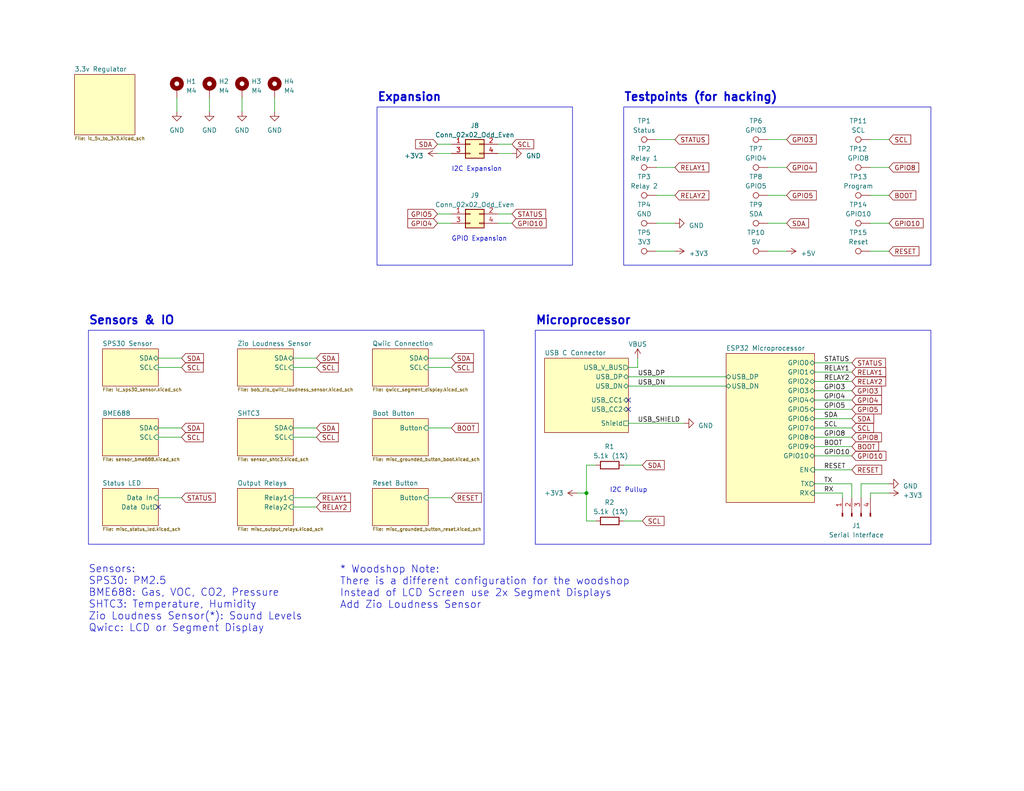
<source format=kicad_sch>
(kicad_sch (version 20230121) (generator eeschema)
  (paper "USLetter")
  (title_block (title "Kwartzlab Environmental Sensor") (date "2023-04-20") (rev "3") (company "Created By: Erin Reed (FireLabs - www.firelabs.ca)"))
  (lib_symbols
    (symbol "Connector:Conn_01x04_Pin" (pin_names (offset 1.016) hide)
      (property "Reference" "J" (at 0 5.08 0))
      (property "Value" "Conn_01x04_Pin" (at 0 -7.62 0))
      (symbol "Conn_01x04_Pin_1_1"
        (polyline (pts (xy 1.27 -5.08) (xy 0.8636 -5.08)) (stroke (width 0.1524)))
        (polyline (pts (xy 1.27 -2.54) (xy 0.8636 -2.54)) (stroke (width 0.1524)))
        (polyline (pts (xy 1.27 0) (xy 0.8636 0)) (stroke (width 0.1524)))
        (polyline (pts (xy 1.27 2.54) (xy 0.8636 2.54)) (stroke (width 0.1524)))
        (rectangle (start 0.8636 -4.953) (end 0 -5.207) (stroke (width 0.1524)) (fill (type outline)))
        (rectangle (start 0.8636 -2.413) (end 0 -2.667) (stroke (width 0.1524)) (fill (type outline)))
        (rectangle (start 0.8636 0.127) (end 0 -0.127) (stroke (width 0.1524)) (fill (type outline)))
        (rectangle (start 0.8636 2.667) (end 0 2.413) (stroke (width 0.1524)) (fill (type outline)))
        (pin passive line (at 5.08 2.54 180) (length 3.81) (name "Pin_1") (number "1"))
        (pin passive line (at 5.08 0 180) (length 3.81) (name "Pin_2") (number "2"))
        (pin passive line (at 5.08 -2.54 180) (length 3.81) (name "Pin_3") (number "3"))
        (pin passive line (at 5.08 -5.08 180) (length 3.81) (name "Pin_4") (number "4"))
      )
    )
    (symbol "Connector:TestPoint" (pin_numbers hide) (pin_names (offset 0.762) hide)
      (property "Reference" "TP" (at 0 6.858 0))
      (property "Value" "TestPoint" (at 0 5.08 0))
      (symbol "TestPoint_0_1"
        (circle (center 0 3.302) (radius 0.762))
      )
      (symbol "TestPoint_1_1"
        (pin passive line (at 0 0 90) (length 2.54) (name "1") (number "1"))
      )
    )
    (symbol "Connector_Generic:Conn_02x02_Odd_Even" (pin_names (offset 1.016) hide)
      (property "Reference" "J" (at 1.27 2.54 0))
      (property "Value" "Conn_02x02_Odd_Even" (at 1.27 -5.08 0))
      (symbol "Conn_02x02_Odd_Even_1_1"
        (rectangle (start -1.27 -2.413) (end 0 -2.667) (stroke (width 0.1524)))
        (rectangle (start -1.27 0.127) (end 0 -0.127) (stroke (width 0.1524)))
        (rectangle (start -1.27 1.27) (end 3.81 -3.81) (stroke (width 0.254)) (fill (type background)))
        (rectangle (start 3.81 -2.413) (end 2.54 -2.667) (stroke (width 0.1524)))
        (rectangle (start 3.81 0.127) (end 2.54 -0.127) (stroke (width 0.1524)))
        (pin passive line (at -5.08 0 0) (length 3.81) (name "Pin_1") (number "1"))
        (pin passive line (at 7.62 0 180) (length 3.81) (name "Pin_2") (number "2"))
        (pin passive line (at -5.08 -2.54 0) (length 3.81) (name "Pin_3") (number "3"))
        (pin passive line (at 7.62 -2.54 180) (length 3.81) (name "Pin_4") (number "4"))
      )
    )
    (symbol "Device:R" (pin_numbers hide) (pin_names (offset 0))
      (property "Reference" "R" (at 2.032 0 90))
      (property "Value" "R" (at 0 0 90))
      (symbol "R_0_1"
        (rectangle (start -1.016 -2.54) (end 1.016 2.54) (stroke (width 0.254)))
      )
      (symbol "R_1_1"
        (pin passive line (at 0 3.81 270) (length 1.27) (name "~") (number "1"))
        (pin passive line (at 0 -3.81 90) (length 1.27) (name "~") (number "2"))
      )
    )
    (symbol "Mechanical:MountingHole_Pad" (pin_numbers hide) (pin_names (offset 1.016) hide)
      (property "Reference" "H" (at 0 6.35 0))
      (property "Value" "MountingHole_Pad" (at 0 4.445 0))
      (symbol "MountingHole_Pad_0_1"
        (circle (center 0 1.27) (radius 1.27) (stroke (width 1.27)))
      )
      (symbol "MountingHole_Pad_1_1"
        (pin input line (at 0 -2.54 90) (length 2.54) (name "1") (number "1"))
      )
    )
    (symbol "power:+3V3" (power) (pin_names (offset 0))
      (property "Value" "+3V3" (at 0 3.556 0))
      (symbol "+3V3_0_1"
        (polyline (pts (xy -0.762 1.27) (xy 0 2.54)))
        (polyline (pts (xy 0 0) (xy 0 2.54)))
        (polyline (pts (xy 0 2.54) (xy 0.762 1.27)))
      )
      (symbol "+3V3_1_1"
        (pin power_in line (at 0 0 90) (length 0) hide (name "+3V3") (number "1"))
      )
    )
    (symbol "power:+5V" (power) (pin_names (offset 0))
      (property "Value" "+5V" (at 0 3.556 0))
      (symbol "+5V_0_1"
        (polyline (pts (xy -0.762 1.27) (xy 0 2.54)))
        (polyline (pts (xy 0 0) (xy 0 2.54)))
        (polyline (pts (xy 0 2.54) (xy 0.762 1.27)))
      )
      (symbol "+5V_1_1"
        (pin power_in line (at 0 0 90) (length 0) hide (name "+5V") (number "1"))
      )
    )
    (symbol "power:GND" (power) (pin_names (offset 0))
      (property "Value" "GND" (at 0 -3.81 0))
      (symbol "GND_0_1"
        (polyline (pts (xy 0 0) (xy 0 -1.27) (xy 1.27 -1.27) (xy 0 -2.54) (xy -1.27 -1.27) (xy 0 -1.27)))
      )
      (symbol "GND_1_1"
        (pin power_in line (at 0 0 270) (length 0) hide (name "GND") (number "1"))
      )
    )
    (symbol "power:VUSB" (power) (pin_names (offset 0))
      (property "Value" "VUSB" (at 0 3.81 0))
      (symbol "VUSB_0_1"
        (polyline (pts (xy -0.762 1.27) (xy 0 2.54)))
        (polyline (pts (xy 0 0) (xy 0 2.54)))
        (polyline (pts (xy 0 2.54) (xy 0.762 1.27)))
      )
      (symbol "VUSB_1_1"
        (pin power_in line (at 0 0 90) (length 0) hide (name "VBUS") (number "1"))
      )
    )
  )
  (junction (at 160.02 134.62))
  (no_connect (at 171.45 109.22))
  (no_connect (at 43.18 138.43))
  (no_connect (at 171.45 111.76))
  (wire (pts (xy 74.93 26.67) (xy 74.93 30.48)))
  (wire (pts (xy 179.07 53.34) (xy 184.15 53.34)))
  (wire (pts (xy 222.25 106.68) (xy 232.41 106.68)))
  (wire (pts (xy 232.41 135.89) (xy 232.41 132.08)))
  (wire (pts (xy 57.15 26.67) (xy 57.15 30.48)))
  (wire (pts (xy 116.84 116.84) (xy 123.19 116.84)))
  (wire (pts (xy 116.84 135.89) (xy 123.19 135.89)))
  (wire (pts (xy 209.55 45.72) (xy 214.63 45.72)))
  (wire (pts (xy 222.25 99.06) (xy 232.41 99.06)))
  (wire (pts (xy 222.25 128.27) (xy 232.41 128.27)))
  (wire (pts (xy 229.87 135.89) (xy 229.87 134.62)))
  (wire (pts (xy 119.38 60.96) (xy 123.19 60.96)))
  (wire (pts (xy 80.01 119.38) (xy 86.36 119.38)))
  (wire (pts (xy 179.07 38.1) (xy 184.15 38.1)))
  (wire (pts (xy 135.89 60.96) (xy 139.7 60.96)))
  (wire (pts (xy 80.01 100.33) (xy 86.36 100.33)))
  (wire (pts (xy 135.89 58.42) (xy 139.7 58.42)))
  (wire (pts (xy 222.25 111.76) (xy 232.41 111.76)))
  (wire (pts (xy 222.25 109.22) (xy 232.41 109.22)))
  (wire (pts (xy 119.38 58.42) (xy 123.19 58.42)))
  (wire (pts (xy 237.49 134.62) (xy 242.57 134.62)))
  (wire (pts (xy 242.57 132.08) (xy 234.95 132.08)))
  (wire (pts (xy 43.18 97.79) (xy 49.53 97.79)))
  (wire (pts (xy 170.18 142.24) (xy 175.26 142.24)))
  (wire (pts (xy 237.49 53.34) (xy 242.57 53.34)))
  (wire (pts (xy 162.56 127) (xy 160.02 127)))
  (wire (pts (xy 48.26 26.67) (xy 48.26 30.48)))
  (wire (pts (xy 237.49 68.58) (xy 242.57 68.58)))
  (wire (pts (xy 173.99 97.79) (xy 173.99 100.33)))
  (wire (pts (xy 80.01 116.84) (xy 86.36 116.84)))
  (wire (pts (xy 222.25 116.84) (xy 232.41 116.84)))
  (wire (pts (xy 222.25 132.08) (xy 232.41 132.08)))
  (wire (pts (xy 160.02 127) (xy 160.02 134.62)))
  (wire (pts (xy 160.02 142.24) (xy 162.56 142.24)))
  (wire (pts (xy 80.01 138.43) (xy 86.36 138.43)))
  (wire (pts (xy 43.18 116.84) (xy 49.53 116.84)))
  (wire (pts (xy 179.07 45.72) (xy 184.15 45.72)))
  (wire (pts (xy 80.01 97.79) (xy 86.36 97.79)))
  (wire (pts (xy 116.84 100.33) (xy 123.19 100.33)))
  (wire (pts (xy 66.04 26.67) (xy 66.04 30.48)))
  (wire (pts (xy 119.38 41.91) (xy 123.19 41.91)))
  (wire (pts (xy 43.18 135.89) (xy 49.53 135.89)))
  (wire (pts (xy 179.07 60.96) (xy 184.15 60.96)))
  (wire (pts (xy 80.01 135.89) (xy 86.36 135.89)))
  (wire (pts (xy 209.55 53.34) (xy 214.63 53.34)))
  (wire (pts (xy 222.25 121.92) (xy 232.41 121.92)))
  (wire (pts (xy 173.99 100.33) (xy 171.45 100.33)))
  (wire (pts (xy 157.48 134.62) (xy 160.02 134.62)))
  (wire (pts (xy 43.18 119.38) (xy 49.53 119.38)))
  (wire (pts (xy 222.25 101.6) (xy 232.41 101.6)))
  (wire (pts (xy 222.25 114.3) (xy 232.41 114.3)))
  (wire (pts (xy 237.49 45.72) (xy 242.57 45.72)))
  (wire (pts (xy 171.45 102.87) (xy 198.12 102.87)))
  (wire (pts (xy 209.55 60.96) (xy 214.63 60.96)))
  (wire (pts (xy 119.38 39.37) (xy 123.19 39.37)))
  (wire (pts (xy 160.02 142.24) (xy 160.02 134.62)))
  (wire (pts (xy 179.07 68.58) (xy 184.15 68.58)))
  (wire (pts (xy 222.25 104.14) (xy 232.41 104.14)))
  (wire (pts (xy 237.49 60.96) (xy 242.57 60.96)))
  (wire (pts (xy 222.25 134.62) (xy 229.87 134.62)))
  (wire (pts (xy 135.89 39.37) (xy 139.7 39.37)))
  (wire (pts (xy 170.18 127) (xy 175.26 127)))
  (wire (pts (xy 171.45 105.41) (xy 198.12 105.41)))
  (wire (pts (xy 116.84 97.79) (xy 123.19 97.79)))
  (wire (pts (xy 234.95 132.08) (xy 234.95 135.89)))
  (wire (pts (xy 135.89 41.91) (xy 139.7 41.91)))
  (wire (pts (xy 171.45 115.57) (xy 186.69 115.57)))
  (wire (pts (xy 43.18 100.33) (xy 49.53 100.33)))
  (wire (pts (xy 209.55 68.58) (xy 214.63 68.58)))
  (wire (pts (xy 237.49 135.89) (xy 237.49 134.62)))
  (wire (pts (xy 237.49 38.1) (xy 242.57 38.1)))
  (wire (pts (xy 222.25 119.38) (xy 232.41 119.38)))
  (wire (pts (xy 222.25 124.46) (xy 232.41 124.46)))
  (wire (pts (xy 209.55 38.1) (xy 214.63 38.1)))
  (rectangle (start 102.87 29.21) (end 156.21 72.39))
  (rectangle (start 170.18 29.21) (end 254 72.39))
  (rectangle (start 24.13 90.17) (end 132.08 148.59))
  (rectangle (start 146.05 90.17) (end 254 148.59))
  (text "I2C Expansion" (at 123.19 46.99 0) (effects (font (size 1.27 1.27)) (justify left bottom)))
  (text "Expansion" (at 102.87 27.94 0) (effects (font (size 2.27 2.27) (thickness 0.454) bold) (justify left bottom)))
  (text "* Woodshop Note:\nThere is a different configuration for the woodshop\nInstead of LCD Screen use 2x Segment Displays\nAdd Zio Loudness Sensor\n" (at 92.71 166.37 0) (effects (font (size 2 2)) (justify left bottom)))
  (text "Sensors & IO" (at 24.13 88.9 0) (effects (font (size 2.27 2.27) (thickness 0.454) bold) (justify left bottom)))
  (text "GPIO Expansion" (at 123.19 66.04 0) (effects (font (size 1.27 1.27)) (justify left bottom)))
  (text "I2C Pullup" (at 166.37 134.62 0) (effects (font (size 1.27 1.27)) (justify left bottom)))
  (text "Microprocessor" (at 146.05 88.9 0) (effects (font (size 2.27 2.27) (thickness 0.454) bold) (justify left bottom)))
  (text "Testpoints (for hacking)" (at 170.18 27.94 0) (effects (font (size 2.27 2.27) (thickness 0.454) bold) (justify left bottom)))
  (text "Sensors:\nSPS30: PM2.5\nBME688: Gas, VOC, CO2, Pressure\nSHTC3: Temperature, Humidity\nZio Loudness Sensor(*): Sound Levels\nQwicc: LCD or Segment Display" (at 24.13 172.72 0) (effects (font (size 2 2)) (justify left bottom)))
  (label "RELAY2" (at 224.79 104.14 0))
  (label "GPIO3" (at 224.79 106.68 0))
  (label "TX" (at 224.79 132.08 0))
  (label "SDA" (at 224.79 114.3 0))
  (label "USB_DP" (at 173.99 102.87 0))
  (label "GPIO10" (at 224.79 124.46 0))
  (label "RX" (at 224.79 134.62 0))
  (label "USB_DN" (at 173.99 105.41 0))
  (label "STATUS" (at 224.79 99.06 0))
  (label "BOOT" (at 224.79 121.92 0))
  (label "GPIO4" (at 224.79 109.22 0))
  (label "RESET" (at 224.79 128.27 0))
  (label "USB_SHIELD" (at 173.99 115.57 0))
  (label "RELAY1" (at 224.79 101.6 0))
  (label "SCL" (at 224.79 116.84 0))
  (label "GPIO8" (at 224.79 119.38 0))
  (label "GPIO5" (at 224.79 111.76 0))
  (global_label "SCL" (shape input) (at 139.7 39.37 0) (property "Intersheetrefs" "${INTERSHEET_REFS}" (effects hide)))
  (global_label "SDA" (shape input) (at 119.38 39.37 180) (property "Intersheetrefs" "${INTERSHEET_REFS}" (effects hide)))
  (global_label "GPIO10" (shape input) (at 139.7 60.96 0) (property "Intersheetrefs" "${INTERSHEET_REFS}" (effects hide)))
  (global_label "STATUS" (shape input) (at 49.53 135.89 0) (property "Intersheetrefs" "${INTERSHEET_REFS}" (effects hide)))
  (global_label "SCL" (shape input) (at 175.26 142.24 0) (property "Intersheetrefs" "${INTERSHEET_REFS}" (effects hide)))
  (global_label "RELAY1" (shape input) (at 232.41 101.6 0) (property "Intersheetrefs" "${INTERSHEET_REFS}" (effects hide)))
  (global_label "RELAY2" (shape input) (at 232.41 104.14 0) (property "Intersheetrefs" "${INTERSHEET_REFS}" (effects hide)))
  (global_label "GPIO4" (shape input) (at 232.41 109.22 0) (property "Intersheetrefs" "${INTERSHEET_REFS}" (effects hide)))
  (global_label "BOOT" (shape input) (at 123.19 116.84 0) (property "Intersheetrefs" "${INTERSHEET_REFS}" (effects hide)))
  (global_label "SDA" (shape input) (at 175.26 127 0) (property "Intersheetrefs" "${INTERSHEET_REFS}" (effects hide)))
  (global_label "GPIO3" (shape input) (at 214.63 38.1 0) (property "Intersheetrefs" "${INTERSHEET_REFS}" (effects hide)))
  (global_label "GPIO8" (shape input) (at 242.57 45.72 0) (property "Intersheetrefs" "${INTERSHEET_REFS}" (effects hide)))
  (global_label "GPIO4" (shape input) (at 214.63 45.72 0) (property "Intersheetrefs" "${INTERSHEET_REFS}" (effects hide)))
  (global_label "GPIO8" (shape input) (at 232.41 119.38 0) (property "Intersheetrefs" "${INTERSHEET_REFS}" (effects hide)))
  (global_label "SDA" (shape input) (at 232.41 114.3 0) (property "Intersheetrefs" "${INTERSHEET_REFS}" (effects hide)))
  (global_label "SCL" (shape input) (at 49.53 119.38 0) (property "Intersheetrefs" "${INTERSHEET_REFS}" (effects hide)))
  (global_label "STATUS" (shape input) (at 232.41 99.06 0) (property "Intersheetrefs" "${INTERSHEET_REFS}" (effects hide)))
  (global_label "GPIO10" (shape input) (at 232.41 124.46 0) (property "Intersheetrefs" "${INTERSHEET_REFS}" (effects hide)))
  (global_label "RESET" (shape input) (at 232.41 128.27 0) (property "Intersheetrefs" "${INTERSHEET_REFS}" (effects hide)))
  (global_label "RELAY1" (shape input) (at 86.36 135.89 0) (property "Intersheetrefs" "${INTERSHEET_REFS}" (effects hide)))
  (global_label "GPIO4" (shape input) (at 119.38 60.96 180) (property "Intersheetrefs" "${INTERSHEET_REFS}" (effects hide)))
  (global_label "SCL" (shape input) (at 86.36 119.38 0) (property "Intersheetrefs" "${INTERSHEET_REFS}" (effects hide)))
  (global_label "RELAY2" (shape input) (at 184.15 53.34 0) (property "Intersheetrefs" "${INTERSHEET_REFS}" (effects hide)))
  (global_label "SDA" (shape input) (at 49.53 97.79 0) (property "Intersheetrefs" "${INTERSHEET_REFS}" (effects hide)))
  (global_label "GPIO3" (shape input) (at 232.41 106.68 0) (property "Intersheetrefs" "${INTERSHEET_REFS}" (effects hide)))
  (global_label "BOOT" (shape input) (at 232.41 121.92 0) (property "Intersheetrefs" "${INTERSHEET_REFS}" (effects hide)))
  (global_label "RESET" (shape input) (at 242.57 68.58 0) (property "Intersheetrefs" "${INTERSHEET_REFS}" (effects hide)))
  (global_label "SDA" (shape input) (at 86.36 97.79 0) (property "Intersheetrefs" "${INTERSHEET_REFS}" (effects hide)))
  (global_label "SDA" (shape input) (at 86.36 116.84 0) (property "Intersheetrefs" "${INTERSHEET_REFS}" (effects hide)))
  (global_label "SCL" (shape input) (at 232.41 116.84 0) (property "Intersheetrefs" "${INTERSHEET_REFS}" (effects hide)))
  (global_label "BOOT" (shape input) (at 242.57 53.34 0) (property "Intersheetrefs" "${INTERSHEET_REFS}" (effects hide)))
  (global_label "GPIO5" (shape input) (at 232.41 111.76 0) (property "Intersheetrefs" "${INTERSHEET_REFS}" (effects hide)))
  (global_label "GPIO5" (shape input) (at 214.63 53.34 0) (property "Intersheetrefs" "${INTERSHEET_REFS}" (effects hide)))
  (global_label "GPIO10" (shape input) (at 242.57 60.96 0) (property "Intersheetrefs" "${INTERSHEET_REFS}" (effects hide)))
  (global_label "GPIO5" (shape input) (at 119.38 58.42 180) (property "Intersheetrefs" "${INTERSHEET_REFS}" (effects hide)))
  (global_label "SDA" (shape input) (at 49.53 116.84 0) (property "Intersheetrefs" "${INTERSHEET_REFS}" (effects hide)))
  (global_label "STATUS" (shape input) (at 184.15 38.1 0) (property "Intersheetrefs" "${INTERSHEET_REFS}" (effects hide)))
  (global_label "STATUS" (shape input) (at 139.7 58.42 0) (property "Intersheetrefs" "${INTERSHEET_REFS}" (effects hide)))
  (global_label "SDA" (shape input) (at 123.19 97.79 0) (property "Intersheetrefs" "${INTERSHEET_REFS}" (effects hide)))
  (global_label "RELAY2" (shape input) (at 86.36 138.43 0) (property "Intersheetrefs" "${INTERSHEET_REFS}" (effects hide)))
  (global_label "RESET" (shape input) (at 123.19 135.89 0) (property "Intersheetrefs" "${INTERSHEET_REFS}" (effects hide)))
  (global_label "SCL" (shape input) (at 49.53 100.33 0) (property "Intersheetrefs" "${INTERSHEET_REFS}" (effects hide)))
  (global_label "SCL" (shape input) (at 242.57 38.1 0) (property "Intersheetrefs" "${INTERSHEET_REFS}" (effects hide)))
  (global_label "SDA" (shape input) (at 214.63 60.96 0) (property "Intersheetrefs" "${INTERSHEET_REFS}" (effects hide)))
  (global_label "RELAY1" (shape input) (at 184.15 45.72 0) (property "Intersheetrefs" "${INTERSHEET_REFS}" (effects hide)))
  (global_label "SCL" (shape input) (at 86.36 100.33 0) (property "Intersheetrefs" "${INTERSHEET_REFS}" (effects hide)))
  (global_label "SCL" (shape input) (at 123.19 100.33 0) (property "Intersheetrefs" "${INTERSHEET_REFS}" (effects hide)))
  (symbol (lib_id "Connector:TestPoint") (at 179.07 53.34 90) (unit 1)
    (property "Reference" "TP3" (at 175.768 48.26 90))
    (property "Value" "Relay 2" (at 175.768 50.8 90))
    (property "Footprint" "TestPoint:TestPoint_Pad_D1.0mm" (effects hide))
  )
  (symbol (lib_id "Connector:TestPoint") (at 179.07 45.72 90) (unit 1)
    (property "Reference" "TP2" (at 175.768 40.64 90))
    (property "Value" "Relay 1" (at 175.768 43.18 90))
    (property "Footprint" "TestPoint:TestPoint_Pad_D1.0mm" (effects hide))
  )
  (symbol (lib_id "Connector:Conn_01x04_Pin") (at 232.41 140.97 90) (unit 1)
    (property "Reference" "J1" (at 233.68 143.51 90))
    (property "Value" "Serial Interface" (at 233.68 146.05 90))
    (property "Footprint" "Connector_PinHeader_2.54mm:PinHeader_1x04_P2.54mm_Vertical" (effects hide))
  )
  (symbol (lib_id "Mechanical:MountingHole_Pad") (at 66.04 24.13 0) (unit 1)
    (property "Reference" "H3" (at 68.58 22.225 0) (effects (justify left)))
    (property "Value" "M4" (at 68.58 24.765 0) (effects (justify left)))
    (property "Footprint" "MountingHole:MountingHole_4.3mm_M4_Pad_Via" (effects hide))
  )
  (symbol (lib_id "Device:R") (at 166.37 142.24 90) (unit 1)
    (property "Reference" "R2" (at 167.64 137.16 90) (effects (justify left)))
    (property "Value" "5.1k (1%)" (at 171.45 139.7 90) (effects (justify left)))
    (property "Footprint" "PCM_Resistor_SMD_AKL:R_0603_1608Metric" (effects hide))
  )
  (symbol (lib_id "power:GND") (at 184.15 60.96 90) (unit 1)
    (property "Reference" "#PWR07" (effects hide))
    (property "Value" "GND" (at 187.96 61.595 90) (effects (justify right)))
  )
  (symbol (lib_id "power:GND") (at 242.57 132.08 90) (unit 1)
    (property "Reference" "#PWR011" (effects hide))
    (property "Value" "GND" (at 246.38 132.715 90) (effects (justify right)))
  )
  (symbol (lib_id "Connector:TestPoint") (at 179.07 38.1 90) (unit 1)
    (property "Reference" "TP1" (at 175.768 33.02 90))
    (property "Value" "Status" (at 175.768 35.56 90))
    (property "Footprint" "TestPoint:TestPoint_Pad_D1.0mm" (effects hide))
  )
  (symbol (lib_id "power:GND") (at 186.69 115.57 90) (unit 1)
    (property "Reference" "#PWR09" (effects hide))
    (property "Value" "GND" (at 190.5 116.205 90) (effects (justify right)))
  )
  (symbol (lib_id "Connector:TestPoint") (at 209.55 53.34 90) (unit 1)
    (property "Reference" "TP8" (at 206.248 48.26 90))
    (property "Value" "GPIO5" (at 206.248 50.8 90))
    (property "Footprint" "TestPoint:TestPoint_Pad_D1.0mm" (effects hide))
  )
  (symbol (lib_id "power:VUSB") (at 173.99 97.79 0) (unit 1)
    (property "Reference" "#PWR06" (effects hide))
    (property "Value" "VUSB" (at 173.99 93.98 0))
  )
  (symbol (lib_id "Connector:TestPoint") (at 237.49 60.96 90) (unit 1)
    (property "Reference" "TP14" (at 234.188 55.88 90))
    (property "Value" "GPIO10" (at 234.188 58.42 90))
    (property "Footprint" "TestPoint:TestPoint_Pad_D1.0mm" (effects hide))
  )
  (symbol (lib_id "Connector:TestPoint") (at 237.49 53.34 90) (unit 1)
    (property "Reference" "TP13" (at 234.188 48.26 90))
    (property "Value" "Program" (at 234.188 50.8 90))
    (property "Footprint" "TestPoint:TestPoint_Pad_D1.0mm" (effects hide))
  )
  (symbol (lib_id "power:GND") (at 139.7 41.91 90) (unit 1)
    (property "Reference" "#PWR061" (effects hide))
    (property "Value" "GND" (at 143.51 42.545 90) (effects (justify right)))
  )
  (symbol (lib_id "Mechanical:MountingHole_Pad") (at 74.93 24.13 0) (unit 1)
    (property "Reference" "H4" (at 77.47 22.225 0) (effects (justify left)))
    (property "Value" "M4" (at 77.47 24.765 0) (effects (justify left)))
    (property "Footprint" "MountingHole:MountingHole_4.3mm_M4_Pad_Via" (effects hide))
  )
  (symbol (lib_id "Connector:TestPoint") (at 237.49 38.1 90) (unit 1)
    (property "Reference" "TP11" (at 234.188 33.02 90))
    (property "Value" "SCL" (at 234.188 35.56 90))
    (property "Footprint" "TestPoint:TestPoint_Pad_D1.0mm" (effects hide))
  )
  (symbol (lib_id "power:+3V3") (at 119.38 41.91 90) (unit 1)
    (property "Reference" "#PWR060" (effects hide))
    (property "Value" "+3V3" (at 115.57 42.545 90) (effects (justify left)))
  )
  (symbol (lib_id "power:+5V") (at 214.63 68.58 270) (unit 1)
    (property "Reference" "#PWR010" (effects hide))
    (property "Value" "+5V" (at 218.44 69.215 90) (effects (justify left)))
  )
  (symbol (lib_id "Connector:TestPoint") (at 209.55 60.96 90) (unit 1)
    (property "Reference" "TP9" (at 206.248 55.88 90))
    (property "Value" "SDA" (at 206.248 58.42 90))
    (property "Footprint" "TestPoint:TestPoint_Pad_D1.0mm" (effects hide))
  )
  (symbol (lib_id "power:GND") (at 48.26 30.48 0) (unit 1)
    (property "Reference" "#PWR01" (effects hide))
    (property "Value" "GND" (at 48.26 35.56 0))
  )
  (symbol (lib_id "power:GND") (at 74.93 30.48 0) (unit 1)
    (property "Reference" "#PWR04" (effects hide))
    (property "Value" "GND" (at 74.93 35.56 0))
  )
  (symbol (lib_id "Connector_Generic:Conn_02x02_Odd_Even") (at 128.27 58.42 0) (unit 1)
    (property "Reference" "J9" (at 129.54 53.34 0))
    (property "Value" "Conn_02x02_Odd_Even" (at 129.54 55.88 0))
    (property "Footprint" "Connector_PinHeader_2.54mm:PinHeader_2x02_P2.54mm_Vertical" (effects hide))
  )
  (symbol (lib_id "power:GND") (at 57.15 30.48 0) (unit 1)
    (property "Reference" "#PWR02" (effects hide))
    (property "Value" "GND" (at 57.15 35.56 0))
  )
  (symbol (lib_id "Connector:TestPoint") (at 237.49 68.58 90) (unit 1)
    (property "Reference" "TP15" (at 234.188 63.5 90))
    (property "Value" "Reset" (at 234.188 66.04 90))
    (property "Footprint" "TestPoint:TestPoint_Pad_D1.0mm" (effects hide))
  )
  (symbol (lib_id "Mechanical:MountingHole_Pad") (at 57.15 24.13 0) (unit 1)
    (property "Reference" "H2" (at 59.69 22.225 0) (effects (justify left)))
    (property "Value" "M4" (at 59.69 24.765 0) (effects (justify left)))
    (property "Footprint" "MountingHole:MountingHole_4.3mm_M4_Pad_Via" (effects hide))
  )
  (symbol (lib_id "power:GND") (at 66.04 30.48 0) (unit 1)
    (property "Reference" "#PWR03" (effects hide))
    (property "Value" "GND" (at 66.04 35.56 0))
  )
  (symbol (lib_id "power:+3V3") (at 242.57 134.62 270) (unit 1)
    (property "Reference" "#PWR012" (effects hide))
    (property "Value" "+3V3" (at 246.38 135.255 90) (effects (justify left)))
  )
  (symbol (lib_id "Device:R") (at 166.37 127 90) (unit 1)
    (property "Reference" "R1" (at 167.64 121.92 90) (effects (justify left)))
    (property "Value" "5.1k (1%)" (at 171.45 124.46 90) (effects (justify left)))
    (property "Footprint" "PCM_Resistor_SMD_AKL:R_0603_1608Metric" (effects hide))
  )
  (symbol (lib_id "Connector_Generic:Conn_02x02_Odd_Even") (at 128.27 39.37 0) (unit 1)
    (property "Reference" "J8" (at 129.54 34.29 0))
    (property "Value" "Conn_02x02_Odd_Even" (at 129.54 36.83 0))
    (property "Footprint" "Connector_PinHeader_2.54mm:PinHeader_2x02_P2.54mm_Vertical" (effects hide))
  )
  (symbol (lib_id "Connector:TestPoint") (at 209.55 45.72 90) (unit 1)
    (property "Reference" "TP7" (at 206.248 40.64 90))
    (property "Value" "GPIO4" (at 206.248 43.18 90))
    (property "Footprint" "TestPoint:TestPoint_Pad_D1.0mm" (effects hide))
  )
  (symbol (lib_id "Connector:TestPoint") (at 179.07 68.58 90) (unit 1)
    (property "Reference" "TP5" (at 175.768 63.5 90))
    (property "Value" "3V3" (at 175.768 66.04 90))
    (property "Footprint" "TestPoint:TestPoint_Pad_D1.0mm" (effects hide))
  )
  (symbol (lib_id "Connector:TestPoint") (at 209.55 68.58 90) (unit 1)
    (property "Reference" "TP10" (at 206.248 63.5 90))
    (property "Value" "5V" (at 206.248 66.04 90))
    (property "Footprint" "TestPoint:TestPoint_Pad_D1.0mm" (effects hide))
  )
  (symbol (lib_id "Connector:TestPoint") (at 179.07 60.96 90) (unit 1)
    (property "Reference" "TP4" (at 175.768 55.88 90))
    (property "Value" "GND" (at 175.768 58.42 90))
    (property "Footprint" "TestPoint:TestPoint_Pad_D1.0mm" (effects hide))
  )
  (symbol (lib_id "Mechanical:MountingHole_Pad") (at 48.26 24.13 0) (unit 1)
    (property "Reference" "H1" (at 50.8 22.225 0) (effects (justify left)))
    (property "Value" "M4" (at 50.8 24.765 0) (effects (justify left)))
    (property "Footprint" "MountingHole:MountingHole_4.3mm_M4_Pad_Via" (effects hide))
  )
  (symbol (lib_id "Connector:TestPoint") (at 237.49 45.72 90) (unit 1)
    (property "Reference" "TP12" (at 234.188 40.64 90))
    (property "Value" "GPIO8" (at 234.188 43.18 90))
    (property "Footprint" "TestPoint:TestPoint_Pad_D1.0mm" (effects hide))
  )
  (symbol (lib_id "power:+3V3") (at 184.15 68.58 270) (unit 1)
    (property "Reference" "#PWR08" (effects hide))
    (property "Value" "+3V3" (at 187.96 69.215 90) (effects (justify left)))
  )
  (symbol (lib_id "Connector:TestPoint") (at 209.55 38.1 90) (unit 1)
    (property "Reference" "TP6" (at 206.248 33.02 90))
    (property "Value" "GPIO3" (at 206.248 35.56 90))
    (property "Footprint" "TestPoint:TestPoint_Pad_D1.0mm" (effects hide))
  )
  (symbol (lib_id "power:+3V3") (at 157.48 134.62 90) (unit 1)
    (property "Reference" "#PWR05" (effects hide))
    (property "Value" "+3V3" (at 151.13 134.62 90))
  )
  (sheet (at 101.6 114.3) (size 15.24 10.16) (stroke (width 0.1524)) (fill (color 255 255 194 1.0000))
    (property "Sheetname" "Boot Button" (at 101.6 113.5884 0) (effects (justify left bottom)))
    (property "Sheetfile" "misc_grounded_button_boot.kicad_sch" (at 101.6 124.8966 0) (effects (font (size 0.9 0.9)) (justify left top)))
    (pin "Button" input (at 116.84 116.84 0))
  )
  (sheet (at 101.6 95.25) (size 15.24 10.16) (stroke (width 0.1524)) (fill (color 255 255 194 1.0000))
    (property "Sheetname" "Qwiic Connection" (at 101.6 94.5384 0) (effects (justify left bottom)))
    (property "Sheetfile" "qwicc_segment_display.kicad_sch" (at 101.6 105.8466 0) (effects (font (size 0.9 0.9)) (justify left top)))
    (pin "SCL" input (at 116.84 100.33 0))
    (pin "SDA" bidirectional (at 116.84 97.79 0))
  )
  (sheet (at 198.12 96.52) (size 24.13 40.64) (stroke (width 0.1524)) (fill (color 255 255 194 1.0000))
    (property "Sheetname" "ESP32 Microprocessor" (at 198.12 95.8084 0) (effects (justify left bottom)))
    (property "Sheetfile" "ic_esp32_c3_mini.kicad_sch" (effects hide))
    (pin "GPIO0" bidirectional (at 222.25 99.06 0))
    (pin "GPIO8" bidirectional (at 222.25 119.38 0))
    (pin "GPIO10" bidirectional (at 222.25 124.46 0))
    (pin "GPIO7" bidirectional (at 222.25 116.84 0))
    (pin "GPIO6" bidirectional (at 222.25 114.3 0))
    (pin "GPIO4" bidirectional (at 222.25 109.22 0))
    (pin "GPIO5" bidirectional (at 222.25 111.76 0))
    (pin "GPIO9" bidirectional (at 222.25 121.92 0))
    (pin "USB_DP" bidirectional (at 198.12 102.87 180))
    (pin "TX" output (at 222.25 132.08 0))
    (pin "RX" input (at 222.25 134.62 0))
    (pin "USB_DN" bidirectional (at 198.12 105.41 180))
    (pin "GPIO2" bidirectional (at 222.25 104.14 0))
    (pin "EN" input (at 222.25 128.27 0))
    (pin "GPIO3" bidirectional (at 222.25 106.68 0))
    (pin "GPIO1" bidirectional (at 222.25 101.6 0))
  )
  (sheet (at 27.94 95.25) (size 15.24 10.16) (stroke (width 0.1524)) (fill (color 255 255 194 1.0000))
    (property "Sheetname" "SPS30 Sensor" (at 27.94 94.5384 0) (effects (justify left bottom)))
    (property "Sheetfile" "ic_sps30_sensor.kicad_sch" (at 27.94 105.8466 0) (effects (font (size 0.9 0.9)) (justify left top)))
    (pin "SCL" input (at 43.18 100.33 0))
    (pin "SDA" bidirectional (at 43.18 97.79 0))
  )
  (sheet (at 20.32 20.32) (size 16.51 16.51) (stroke (width 0.1524)) (fill (color 255 255 194 1.0000))
    (property "Sheetname" "3.3v Regulator" (at 20.32 19.6084 0) (effects (justify left bottom)))
    (property "Sheetfile" "ic_5v_to_3v3.kicad_sch" (at 20.32 37.2666 0) (effects (font (size 0.9 0.9)) (justify left top)))
  )
  (sheet (at 64.77 114.3) (size 15.24 10.16) (stroke (width 0.1524)) (fill (color 255 255 194 1.0000))
    (property "Sheetname" "SHTC3" (at 64.77 113.5884 0) (effects (justify left bottom)))
    (property "Sheetfile" "sensor_shtc3.kicad_sch" (at 64.77 124.8966 0) (effects (font (size 0.9 0.9)) (justify left top)))
    (pin "SDA" bidirectional (at 80.01 116.84 0))
    (pin "SCL" input (at 80.01 119.38 0))
  )
  (sheet (at 27.94 114.3) (size 15.24 10.16) (stroke (width 0.1524)) (fill (color 255 255 194 1.0000))
    (property "Sheetname" "BME688" (at 27.94 113.5884 0) (effects (justify left bottom)))
    (property "Sheetfile" "sensor_bme688.kicad_sch" (at 27.94 124.8966 0) (effects (font (size 0.9 0.9)) (justify left top)))
    (pin "SDA" bidirectional (at 43.18 116.84 0))
    (pin "SCL" input (at 43.18 119.38 0))
  )
  (sheet (at 101.6 133.35) (size 15.24 10.16) (stroke (width 0.1524)) (fill (color 255 255 194 1.0000))
    (property "Sheetname" "Reset Button" (at 101.6 132.6384 0) (effects (justify left bottom)))
    (property "Sheetfile" "misc_grounded_button_reset.kicad_sch" (at 101.6 143.9466 0) (effects (font (size 0.9 0.9)) (justify left top)))
    (pin "Button" input (at 116.84 135.89 0))
  )
  (sheet (at 64.77 95.25) (size 15.24 10.16) (stroke (width 0.1524)) (fill (color 255 255 194 1.0000))
    (property "Sheetname" "Zio Loudness Sensor" (at 64.77 94.5384 0) (effects (justify left bottom)))
    (property "Sheetfile" "bob_zio_qwiic_loudness_sensor.kicad_sch" (at 64.77 105.8466 0) (effects (font (size 0.9 0.9)) (justify left top)))
    (pin "SCL" input (at 80.01 100.33 0))
    (pin "SDA" bidirectional (at 80.01 97.79 0))
  )
  (sheet (at 148.59 97.79) (size 22.86 20.32) (stroke (width 0.1524)) (fill (color 255 255 194 1.0000))
    (property "Sheetname" "USB C Connector" (at 148.59 97.0784 0) (effects (justify left bottom)))
    (property "Sheetfile" "connector_usb_c.kicad_sch" (effects hide))
    (pin "USB_DP" bidirectional (at 171.45 102.87 0))
    (pin "USB_CC1" bidirectional (at 171.45 109.22 0))
    (pin "USB_V_BUS" output (at 171.45 100.33 0))
    (pin "USB_CC2" bidirectional (at 171.45 111.76 0))
    (pin "USB_DN" bidirectional (at 171.45 105.41 0))
    (pin "Shield" passive (at 171.45 115.57 0))
  )
  (sheet (at 64.77 133.35) (size 15.24 10.16) (stroke (width 0.1524)) (fill (color 255 255 194 1.0000))
    (property "Sheetname" "Output Relays" (at 64.77 132.6384 0) (effects (justify left bottom)))
    (property "Sheetfile" "misc_output_relays.kicad_sch" (at 64.77 143.9466 0) (effects (font (size 0.9 0.9)) (justify left top)))
    (pin "Relay1" input (at 80.01 135.89 0))
    (pin "Relay2" input (at 80.01 138.43 0))
  )
  (sheet (at 27.94 133.35) (size 15.24 10.16) (stroke (width 0.1524)) (fill (color 255 255 194 1.0000))
    (property "Sheetname" "Status LED" (at 27.94 132.6384 0) (effects (justify left bottom)))
    (property "Sheetfile" "misc_status_led.kicad_sch" (at 27.94 143.9466 0) (effects (font (size 0.9 0.9)) (justify left top)))
    (pin "Data In" input (at 43.18 135.89 0))
    (pin "Data Out" output (at 43.18 138.43 0))
  )
)
</source>
